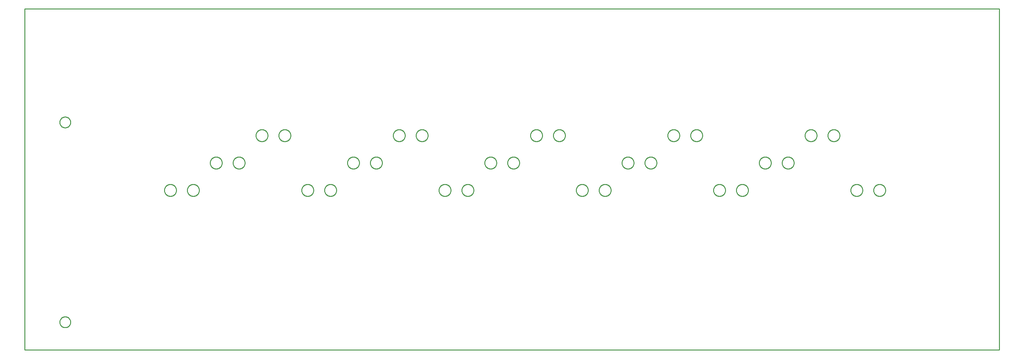
<source format=gbr>
G04 EAGLE Gerber RS-274X export*
G75*
%MOMM*%
%FSLAX34Y34*%
%LPD*%
%IN*%
%IPPOS*%
%AMOC8*
5,1,8,0,0,1.08239X$1,22.5*%
G01*
%ADD10C,0.254000*%


D10*
X0Y609600D02*
X2704900Y609600D01*
X2704900Y1558800D01*
X0Y1558800D01*
X0Y609600D01*
X720820Y1189990D02*
X719741Y1190061D01*
X718669Y1190202D01*
X717609Y1190413D01*
X716565Y1190692D01*
X715541Y1191040D01*
X714543Y1191454D01*
X713573Y1191932D01*
X712637Y1192472D01*
X711738Y1193073D01*
X710881Y1193731D01*
X710068Y1194444D01*
X709304Y1195208D01*
X708591Y1196021D01*
X707933Y1196878D01*
X707332Y1197777D01*
X706792Y1198713D01*
X706314Y1199683D01*
X705900Y1200681D01*
X705552Y1201705D01*
X705273Y1202749D01*
X705062Y1203809D01*
X704921Y1204881D01*
X704850Y1205960D01*
X704850Y1207040D01*
X704921Y1208119D01*
X705062Y1209191D01*
X705273Y1210251D01*
X705552Y1211295D01*
X705900Y1212319D01*
X706314Y1213317D01*
X706792Y1214287D01*
X707332Y1215223D01*
X707933Y1216122D01*
X708591Y1216979D01*
X709304Y1217792D01*
X710068Y1218557D01*
X710881Y1219269D01*
X711738Y1219927D01*
X712637Y1220528D01*
X713573Y1221068D01*
X714543Y1221546D01*
X715541Y1221960D01*
X716565Y1222308D01*
X717609Y1222587D01*
X718669Y1222798D01*
X719741Y1222939D01*
X720820Y1223010D01*
X721900Y1223010D01*
X722979Y1222939D01*
X724051Y1222798D01*
X725111Y1222587D01*
X726155Y1222308D01*
X727179Y1221960D01*
X728177Y1221546D01*
X729147Y1221068D01*
X730083Y1220528D01*
X730982Y1219927D01*
X731839Y1219269D01*
X732652Y1218557D01*
X733417Y1217792D01*
X734129Y1216979D01*
X734787Y1216122D01*
X735388Y1215223D01*
X735928Y1214287D01*
X736406Y1213317D01*
X736820Y1212319D01*
X737168Y1211295D01*
X737447Y1210251D01*
X737658Y1209191D01*
X737799Y1208119D01*
X737870Y1207040D01*
X737870Y1205960D01*
X737799Y1204881D01*
X737658Y1203809D01*
X737447Y1202749D01*
X737168Y1201705D01*
X736820Y1200681D01*
X736406Y1199683D01*
X735928Y1198713D01*
X735388Y1197777D01*
X734787Y1196878D01*
X734129Y1196021D01*
X733417Y1195208D01*
X732652Y1194444D01*
X731839Y1193731D01*
X730982Y1193073D01*
X730083Y1192472D01*
X729147Y1191932D01*
X728177Y1191454D01*
X727179Y1191040D01*
X726155Y1190692D01*
X725111Y1190413D01*
X724051Y1190202D01*
X722979Y1190061D01*
X721900Y1189990D01*
X720820Y1189990D01*
X1482820Y1189990D02*
X1481741Y1190061D01*
X1480669Y1190202D01*
X1479609Y1190413D01*
X1478565Y1190692D01*
X1477541Y1191040D01*
X1476543Y1191454D01*
X1475573Y1191932D01*
X1474637Y1192472D01*
X1473738Y1193073D01*
X1472881Y1193731D01*
X1472068Y1194444D01*
X1471304Y1195208D01*
X1470591Y1196021D01*
X1469933Y1196878D01*
X1469332Y1197777D01*
X1468792Y1198713D01*
X1468314Y1199683D01*
X1467900Y1200681D01*
X1467552Y1201705D01*
X1467273Y1202749D01*
X1467062Y1203809D01*
X1466921Y1204881D01*
X1466850Y1205960D01*
X1466850Y1207040D01*
X1466921Y1208119D01*
X1467062Y1209191D01*
X1467273Y1210251D01*
X1467552Y1211295D01*
X1467900Y1212319D01*
X1468314Y1213317D01*
X1468792Y1214287D01*
X1469332Y1215223D01*
X1469933Y1216122D01*
X1470591Y1216979D01*
X1471304Y1217792D01*
X1472068Y1218557D01*
X1472881Y1219269D01*
X1473738Y1219927D01*
X1474637Y1220528D01*
X1475573Y1221068D01*
X1476543Y1221546D01*
X1477541Y1221960D01*
X1478565Y1222308D01*
X1479609Y1222587D01*
X1480669Y1222798D01*
X1481741Y1222939D01*
X1482820Y1223010D01*
X1483900Y1223010D01*
X1484979Y1222939D01*
X1486051Y1222798D01*
X1487111Y1222587D01*
X1488155Y1222308D01*
X1489179Y1221960D01*
X1490177Y1221546D01*
X1491147Y1221068D01*
X1492083Y1220528D01*
X1492982Y1219927D01*
X1493839Y1219269D01*
X1494652Y1218557D01*
X1495417Y1217792D01*
X1496129Y1216979D01*
X1496787Y1216122D01*
X1497388Y1215223D01*
X1497928Y1214287D01*
X1498406Y1213317D01*
X1498820Y1212319D01*
X1499168Y1211295D01*
X1499447Y1210251D01*
X1499658Y1209191D01*
X1499799Y1208119D01*
X1499870Y1207040D01*
X1499870Y1205960D01*
X1499799Y1204881D01*
X1499658Y1203809D01*
X1499447Y1202749D01*
X1499168Y1201705D01*
X1498820Y1200681D01*
X1498406Y1199683D01*
X1497928Y1198713D01*
X1497388Y1197777D01*
X1496787Y1196878D01*
X1496129Y1196021D01*
X1495417Y1195208D01*
X1494652Y1194444D01*
X1493839Y1193731D01*
X1492982Y1193073D01*
X1492083Y1192472D01*
X1491147Y1191932D01*
X1490177Y1191454D01*
X1489179Y1191040D01*
X1488155Y1190692D01*
X1487111Y1190413D01*
X1486051Y1190202D01*
X1484979Y1190061D01*
X1483900Y1189990D01*
X1482820Y1189990D01*
X2244820Y1189990D02*
X2243741Y1190061D01*
X2242669Y1190202D01*
X2241609Y1190413D01*
X2240565Y1190692D01*
X2239541Y1191040D01*
X2238543Y1191454D01*
X2237573Y1191932D01*
X2236637Y1192472D01*
X2235738Y1193073D01*
X2234881Y1193731D01*
X2234068Y1194444D01*
X2233304Y1195208D01*
X2232591Y1196021D01*
X2231933Y1196878D01*
X2231332Y1197777D01*
X2230792Y1198713D01*
X2230314Y1199683D01*
X2229900Y1200681D01*
X2229552Y1201705D01*
X2229273Y1202749D01*
X2229062Y1203809D01*
X2228921Y1204881D01*
X2228850Y1205960D01*
X2228850Y1207040D01*
X2228921Y1208119D01*
X2229062Y1209191D01*
X2229273Y1210251D01*
X2229552Y1211295D01*
X2229900Y1212319D01*
X2230314Y1213317D01*
X2230792Y1214287D01*
X2231332Y1215223D01*
X2231933Y1216122D01*
X2232591Y1216979D01*
X2233304Y1217792D01*
X2234068Y1218557D01*
X2234881Y1219269D01*
X2235738Y1219927D01*
X2236637Y1220528D01*
X2237573Y1221068D01*
X2238543Y1221546D01*
X2239541Y1221960D01*
X2240565Y1222308D01*
X2241609Y1222587D01*
X2242669Y1222798D01*
X2243741Y1222939D01*
X2244820Y1223010D01*
X2245900Y1223010D01*
X2246979Y1222939D01*
X2248051Y1222798D01*
X2249111Y1222587D01*
X2250155Y1222308D01*
X2251179Y1221960D01*
X2252177Y1221546D01*
X2253147Y1221068D01*
X2254083Y1220528D01*
X2254982Y1219927D01*
X2255839Y1219269D01*
X2256652Y1218557D01*
X2257417Y1217792D01*
X2258129Y1216979D01*
X2258787Y1216122D01*
X2259388Y1215223D01*
X2259928Y1214287D01*
X2260406Y1213317D01*
X2260820Y1212319D01*
X2261168Y1211295D01*
X2261447Y1210251D01*
X2261658Y1209191D01*
X2261799Y1208119D01*
X2261870Y1207040D01*
X2261870Y1205960D01*
X2261799Y1204881D01*
X2261658Y1203809D01*
X2261447Y1202749D01*
X2261168Y1201705D01*
X2260820Y1200681D01*
X2260406Y1199683D01*
X2259928Y1198713D01*
X2259388Y1197777D01*
X2258787Y1196878D01*
X2258129Y1196021D01*
X2257417Y1195208D01*
X2256652Y1194444D01*
X2255839Y1193731D01*
X2254982Y1193073D01*
X2254083Y1192472D01*
X2253147Y1191932D01*
X2252177Y1191454D01*
X2251179Y1191040D01*
X2250155Y1190692D01*
X2249111Y1190413D01*
X2248051Y1190202D01*
X2246979Y1190061D01*
X2245900Y1189990D01*
X2244820Y1189990D01*
X657320Y1189990D02*
X656241Y1190061D01*
X655169Y1190202D01*
X654109Y1190413D01*
X653065Y1190692D01*
X652041Y1191040D01*
X651043Y1191454D01*
X650073Y1191932D01*
X649137Y1192472D01*
X648238Y1193073D01*
X647381Y1193731D01*
X646568Y1194444D01*
X645804Y1195208D01*
X645091Y1196021D01*
X644433Y1196878D01*
X643832Y1197777D01*
X643292Y1198713D01*
X642814Y1199683D01*
X642400Y1200681D01*
X642052Y1201705D01*
X641773Y1202749D01*
X641562Y1203809D01*
X641421Y1204881D01*
X641350Y1205960D01*
X641350Y1207040D01*
X641421Y1208119D01*
X641562Y1209191D01*
X641773Y1210251D01*
X642052Y1211295D01*
X642400Y1212319D01*
X642814Y1213317D01*
X643292Y1214287D01*
X643832Y1215223D01*
X644433Y1216122D01*
X645091Y1216979D01*
X645804Y1217792D01*
X646568Y1218557D01*
X647381Y1219269D01*
X648238Y1219927D01*
X649137Y1220528D01*
X650073Y1221068D01*
X651043Y1221546D01*
X652041Y1221960D01*
X653065Y1222308D01*
X654109Y1222587D01*
X655169Y1222798D01*
X656241Y1222939D01*
X657320Y1223010D01*
X658400Y1223010D01*
X659479Y1222939D01*
X660551Y1222798D01*
X661611Y1222587D01*
X662655Y1222308D01*
X663679Y1221960D01*
X664677Y1221546D01*
X665647Y1221068D01*
X666583Y1220528D01*
X667482Y1219927D01*
X668339Y1219269D01*
X669152Y1218557D01*
X669917Y1217792D01*
X670629Y1216979D01*
X671287Y1216122D01*
X671888Y1215223D01*
X672428Y1214287D01*
X672906Y1213317D01*
X673320Y1212319D01*
X673668Y1211295D01*
X673947Y1210251D01*
X674158Y1209191D01*
X674299Y1208119D01*
X674370Y1207040D01*
X674370Y1205960D01*
X674299Y1204881D01*
X674158Y1203809D01*
X673947Y1202749D01*
X673668Y1201705D01*
X673320Y1200681D01*
X672906Y1199683D01*
X672428Y1198713D01*
X671888Y1197777D01*
X671287Y1196878D01*
X670629Y1196021D01*
X669917Y1195208D01*
X669152Y1194444D01*
X668339Y1193731D01*
X667482Y1193073D01*
X666583Y1192472D01*
X665647Y1191932D01*
X664677Y1191454D01*
X663679Y1191040D01*
X662655Y1190692D01*
X661611Y1190413D01*
X660551Y1190202D01*
X659479Y1190061D01*
X658400Y1189990D01*
X657320Y1189990D01*
X1419320Y1189990D02*
X1418241Y1190061D01*
X1417169Y1190202D01*
X1416109Y1190413D01*
X1415065Y1190692D01*
X1414041Y1191040D01*
X1413043Y1191454D01*
X1412073Y1191932D01*
X1411137Y1192472D01*
X1410238Y1193073D01*
X1409381Y1193731D01*
X1408568Y1194444D01*
X1407804Y1195208D01*
X1407091Y1196021D01*
X1406433Y1196878D01*
X1405832Y1197777D01*
X1405292Y1198713D01*
X1404814Y1199683D01*
X1404400Y1200681D01*
X1404052Y1201705D01*
X1403773Y1202749D01*
X1403562Y1203809D01*
X1403421Y1204881D01*
X1403350Y1205960D01*
X1403350Y1207040D01*
X1403421Y1208119D01*
X1403562Y1209191D01*
X1403773Y1210251D01*
X1404052Y1211295D01*
X1404400Y1212319D01*
X1404814Y1213317D01*
X1405292Y1214287D01*
X1405832Y1215223D01*
X1406433Y1216122D01*
X1407091Y1216979D01*
X1407804Y1217792D01*
X1408568Y1218557D01*
X1409381Y1219269D01*
X1410238Y1219927D01*
X1411137Y1220528D01*
X1412073Y1221068D01*
X1413043Y1221546D01*
X1414041Y1221960D01*
X1415065Y1222308D01*
X1416109Y1222587D01*
X1417169Y1222798D01*
X1418241Y1222939D01*
X1419320Y1223010D01*
X1420400Y1223010D01*
X1421479Y1222939D01*
X1422551Y1222798D01*
X1423611Y1222587D01*
X1424655Y1222308D01*
X1425679Y1221960D01*
X1426677Y1221546D01*
X1427647Y1221068D01*
X1428583Y1220528D01*
X1429482Y1219927D01*
X1430339Y1219269D01*
X1431152Y1218557D01*
X1431917Y1217792D01*
X1432629Y1216979D01*
X1433287Y1216122D01*
X1433888Y1215223D01*
X1434428Y1214287D01*
X1434906Y1213317D01*
X1435320Y1212319D01*
X1435668Y1211295D01*
X1435947Y1210251D01*
X1436158Y1209191D01*
X1436299Y1208119D01*
X1436370Y1207040D01*
X1436370Y1205960D01*
X1436299Y1204881D01*
X1436158Y1203809D01*
X1435947Y1202749D01*
X1435668Y1201705D01*
X1435320Y1200681D01*
X1434906Y1199683D01*
X1434428Y1198713D01*
X1433888Y1197777D01*
X1433287Y1196878D01*
X1432629Y1196021D01*
X1431917Y1195208D01*
X1431152Y1194444D01*
X1430339Y1193731D01*
X1429482Y1193073D01*
X1428583Y1192472D01*
X1427647Y1191932D01*
X1426677Y1191454D01*
X1425679Y1191040D01*
X1424655Y1190692D01*
X1423611Y1190413D01*
X1422551Y1190202D01*
X1421479Y1190061D01*
X1420400Y1189990D01*
X1419320Y1189990D01*
X2181320Y1189990D02*
X2180241Y1190061D01*
X2179169Y1190202D01*
X2178109Y1190413D01*
X2177065Y1190692D01*
X2176041Y1191040D01*
X2175043Y1191454D01*
X2174073Y1191932D01*
X2173137Y1192472D01*
X2172238Y1193073D01*
X2171381Y1193731D01*
X2170568Y1194444D01*
X2169804Y1195208D01*
X2169091Y1196021D01*
X2168433Y1196878D01*
X2167832Y1197777D01*
X2167292Y1198713D01*
X2166814Y1199683D01*
X2166400Y1200681D01*
X2166052Y1201705D01*
X2165773Y1202749D01*
X2165562Y1203809D01*
X2165421Y1204881D01*
X2165350Y1205960D01*
X2165350Y1207040D01*
X2165421Y1208119D01*
X2165562Y1209191D01*
X2165773Y1210251D01*
X2166052Y1211295D01*
X2166400Y1212319D01*
X2166814Y1213317D01*
X2167292Y1214287D01*
X2167832Y1215223D01*
X2168433Y1216122D01*
X2169091Y1216979D01*
X2169804Y1217792D01*
X2170568Y1218557D01*
X2171381Y1219269D01*
X2172238Y1219927D01*
X2173137Y1220528D01*
X2174073Y1221068D01*
X2175043Y1221546D01*
X2176041Y1221960D01*
X2177065Y1222308D01*
X2178109Y1222587D01*
X2179169Y1222798D01*
X2180241Y1222939D01*
X2181320Y1223010D01*
X2182400Y1223010D01*
X2183479Y1222939D01*
X2184551Y1222798D01*
X2185611Y1222587D01*
X2186655Y1222308D01*
X2187679Y1221960D01*
X2188677Y1221546D01*
X2189647Y1221068D01*
X2190583Y1220528D01*
X2191482Y1219927D01*
X2192339Y1219269D01*
X2193152Y1218557D01*
X2193917Y1217792D01*
X2194629Y1216979D01*
X2195287Y1216122D01*
X2195888Y1215223D01*
X2196428Y1214287D01*
X2196906Y1213317D01*
X2197320Y1212319D01*
X2197668Y1211295D01*
X2197947Y1210251D01*
X2198158Y1209191D01*
X2198299Y1208119D01*
X2198370Y1207040D01*
X2198370Y1205960D01*
X2198299Y1204881D01*
X2198158Y1203809D01*
X2197947Y1202749D01*
X2197668Y1201705D01*
X2197320Y1200681D01*
X2196906Y1199683D01*
X2196428Y1198713D01*
X2195888Y1197777D01*
X2195287Y1196878D01*
X2194629Y1196021D01*
X2193917Y1195208D01*
X2193152Y1194444D01*
X2192339Y1193731D01*
X2191482Y1193073D01*
X2190583Y1192472D01*
X2189647Y1191932D01*
X2188677Y1191454D01*
X2187679Y1191040D01*
X2186655Y1190692D01*
X2185611Y1190413D01*
X2184551Y1190202D01*
X2183479Y1190061D01*
X2182400Y1189990D01*
X2181320Y1189990D01*
X784320Y1037590D02*
X783241Y1037661D01*
X782169Y1037802D01*
X781109Y1038013D01*
X780065Y1038292D01*
X779041Y1038640D01*
X778043Y1039054D01*
X777073Y1039532D01*
X776137Y1040072D01*
X775238Y1040673D01*
X774381Y1041331D01*
X773568Y1042044D01*
X772804Y1042808D01*
X772091Y1043621D01*
X771433Y1044478D01*
X770832Y1045377D01*
X770292Y1046313D01*
X769814Y1047283D01*
X769400Y1048281D01*
X769052Y1049305D01*
X768773Y1050349D01*
X768562Y1051409D01*
X768421Y1052481D01*
X768350Y1053560D01*
X768350Y1054640D01*
X768421Y1055719D01*
X768562Y1056791D01*
X768773Y1057851D01*
X769052Y1058895D01*
X769400Y1059919D01*
X769814Y1060917D01*
X770292Y1061887D01*
X770832Y1062823D01*
X771433Y1063722D01*
X772091Y1064579D01*
X772804Y1065392D01*
X773568Y1066157D01*
X774381Y1066869D01*
X775238Y1067527D01*
X776137Y1068128D01*
X777073Y1068668D01*
X778043Y1069146D01*
X779041Y1069560D01*
X780065Y1069908D01*
X781109Y1070187D01*
X782169Y1070398D01*
X783241Y1070539D01*
X784320Y1070610D01*
X785400Y1070610D01*
X786479Y1070539D01*
X787551Y1070398D01*
X788611Y1070187D01*
X789655Y1069908D01*
X790679Y1069560D01*
X791677Y1069146D01*
X792647Y1068668D01*
X793583Y1068128D01*
X794482Y1067527D01*
X795339Y1066869D01*
X796152Y1066157D01*
X796917Y1065392D01*
X797629Y1064579D01*
X798287Y1063722D01*
X798888Y1062823D01*
X799428Y1061887D01*
X799906Y1060917D01*
X800320Y1059919D01*
X800668Y1058895D01*
X800947Y1057851D01*
X801158Y1056791D01*
X801299Y1055719D01*
X801370Y1054640D01*
X801370Y1053560D01*
X801299Y1052481D01*
X801158Y1051409D01*
X800947Y1050349D01*
X800668Y1049305D01*
X800320Y1048281D01*
X799906Y1047283D01*
X799428Y1046313D01*
X798888Y1045377D01*
X798287Y1044478D01*
X797629Y1043621D01*
X796917Y1042808D01*
X796152Y1042044D01*
X795339Y1041331D01*
X794482Y1040673D01*
X793583Y1040072D01*
X792647Y1039532D01*
X791677Y1039054D01*
X790679Y1038640D01*
X789655Y1038292D01*
X788611Y1038013D01*
X787551Y1037802D01*
X786479Y1037661D01*
X785400Y1037590D01*
X784320Y1037590D01*
X1546320Y1037590D02*
X1545241Y1037661D01*
X1544169Y1037802D01*
X1543109Y1038013D01*
X1542065Y1038292D01*
X1541041Y1038640D01*
X1540043Y1039054D01*
X1539073Y1039532D01*
X1538137Y1040072D01*
X1537238Y1040673D01*
X1536381Y1041331D01*
X1535568Y1042044D01*
X1534804Y1042808D01*
X1534091Y1043621D01*
X1533433Y1044478D01*
X1532832Y1045377D01*
X1532292Y1046313D01*
X1531814Y1047283D01*
X1531400Y1048281D01*
X1531052Y1049305D01*
X1530773Y1050349D01*
X1530562Y1051409D01*
X1530421Y1052481D01*
X1530350Y1053560D01*
X1530350Y1054640D01*
X1530421Y1055719D01*
X1530562Y1056791D01*
X1530773Y1057851D01*
X1531052Y1058895D01*
X1531400Y1059919D01*
X1531814Y1060917D01*
X1532292Y1061887D01*
X1532832Y1062823D01*
X1533433Y1063722D01*
X1534091Y1064579D01*
X1534804Y1065392D01*
X1535568Y1066157D01*
X1536381Y1066869D01*
X1537238Y1067527D01*
X1538137Y1068128D01*
X1539073Y1068668D01*
X1540043Y1069146D01*
X1541041Y1069560D01*
X1542065Y1069908D01*
X1543109Y1070187D01*
X1544169Y1070398D01*
X1545241Y1070539D01*
X1546320Y1070610D01*
X1547400Y1070610D01*
X1548479Y1070539D01*
X1549551Y1070398D01*
X1550611Y1070187D01*
X1551655Y1069908D01*
X1552679Y1069560D01*
X1553677Y1069146D01*
X1554647Y1068668D01*
X1555583Y1068128D01*
X1556482Y1067527D01*
X1557339Y1066869D01*
X1558152Y1066157D01*
X1558917Y1065392D01*
X1559629Y1064579D01*
X1560287Y1063722D01*
X1560888Y1062823D01*
X1561428Y1061887D01*
X1561906Y1060917D01*
X1562320Y1059919D01*
X1562668Y1058895D01*
X1562947Y1057851D01*
X1563158Y1056791D01*
X1563299Y1055719D01*
X1563370Y1054640D01*
X1563370Y1053560D01*
X1563299Y1052481D01*
X1563158Y1051409D01*
X1562947Y1050349D01*
X1562668Y1049305D01*
X1562320Y1048281D01*
X1561906Y1047283D01*
X1561428Y1046313D01*
X1560888Y1045377D01*
X1560287Y1044478D01*
X1559629Y1043621D01*
X1558917Y1042808D01*
X1558152Y1042044D01*
X1557339Y1041331D01*
X1556482Y1040673D01*
X1555583Y1040072D01*
X1554647Y1039532D01*
X1553677Y1039054D01*
X1552679Y1038640D01*
X1551655Y1038292D01*
X1550611Y1038013D01*
X1549551Y1037802D01*
X1548479Y1037661D01*
X1547400Y1037590D01*
X1546320Y1037590D01*
X2308320Y1037590D02*
X2307241Y1037661D01*
X2306169Y1037802D01*
X2305109Y1038013D01*
X2304065Y1038292D01*
X2303041Y1038640D01*
X2302043Y1039054D01*
X2301073Y1039532D01*
X2300137Y1040072D01*
X2299238Y1040673D01*
X2298381Y1041331D01*
X2297568Y1042044D01*
X2296804Y1042808D01*
X2296091Y1043621D01*
X2295433Y1044478D01*
X2294832Y1045377D01*
X2294292Y1046313D01*
X2293814Y1047283D01*
X2293400Y1048281D01*
X2293052Y1049305D01*
X2292773Y1050349D01*
X2292562Y1051409D01*
X2292421Y1052481D01*
X2292350Y1053560D01*
X2292350Y1054640D01*
X2292421Y1055719D01*
X2292562Y1056791D01*
X2292773Y1057851D01*
X2293052Y1058895D01*
X2293400Y1059919D01*
X2293814Y1060917D01*
X2294292Y1061887D01*
X2294832Y1062823D01*
X2295433Y1063722D01*
X2296091Y1064579D01*
X2296804Y1065392D01*
X2297568Y1066157D01*
X2298381Y1066869D01*
X2299238Y1067527D01*
X2300137Y1068128D01*
X2301073Y1068668D01*
X2302043Y1069146D01*
X2303041Y1069560D01*
X2304065Y1069908D01*
X2305109Y1070187D01*
X2306169Y1070398D01*
X2307241Y1070539D01*
X2308320Y1070610D01*
X2309400Y1070610D01*
X2310479Y1070539D01*
X2311551Y1070398D01*
X2312611Y1070187D01*
X2313655Y1069908D01*
X2314679Y1069560D01*
X2315677Y1069146D01*
X2316647Y1068668D01*
X2317583Y1068128D01*
X2318482Y1067527D01*
X2319339Y1066869D01*
X2320152Y1066157D01*
X2320917Y1065392D01*
X2321629Y1064579D01*
X2322287Y1063722D01*
X2322888Y1062823D01*
X2323428Y1061887D01*
X2323906Y1060917D01*
X2324320Y1059919D01*
X2324668Y1058895D01*
X2324947Y1057851D01*
X2325158Y1056791D01*
X2325299Y1055719D01*
X2325370Y1054640D01*
X2325370Y1053560D01*
X2325299Y1052481D01*
X2325158Y1051409D01*
X2324947Y1050349D01*
X2324668Y1049305D01*
X2324320Y1048281D01*
X2323906Y1047283D01*
X2323428Y1046313D01*
X2322888Y1045377D01*
X2322287Y1044478D01*
X2321629Y1043621D01*
X2320917Y1042808D01*
X2320152Y1042044D01*
X2319339Y1041331D01*
X2318482Y1040673D01*
X2317583Y1040072D01*
X2316647Y1039532D01*
X2315677Y1039054D01*
X2314679Y1038640D01*
X2313655Y1038292D01*
X2312611Y1038013D01*
X2311551Y1037802D01*
X2310479Y1037661D01*
X2309400Y1037590D01*
X2308320Y1037590D01*
X911320Y1113790D02*
X910241Y1113861D01*
X909169Y1114002D01*
X908109Y1114213D01*
X907065Y1114492D01*
X906041Y1114840D01*
X905043Y1115254D01*
X904073Y1115732D01*
X903137Y1116272D01*
X902238Y1116873D01*
X901381Y1117531D01*
X900568Y1118244D01*
X899804Y1119008D01*
X899091Y1119821D01*
X898433Y1120678D01*
X897832Y1121577D01*
X897292Y1122513D01*
X896814Y1123483D01*
X896400Y1124481D01*
X896052Y1125505D01*
X895773Y1126549D01*
X895562Y1127609D01*
X895421Y1128681D01*
X895350Y1129760D01*
X895350Y1130840D01*
X895421Y1131919D01*
X895562Y1132991D01*
X895773Y1134051D01*
X896052Y1135095D01*
X896400Y1136119D01*
X896814Y1137117D01*
X897292Y1138087D01*
X897832Y1139023D01*
X898433Y1139922D01*
X899091Y1140779D01*
X899804Y1141592D01*
X900568Y1142357D01*
X901381Y1143069D01*
X902238Y1143727D01*
X903137Y1144328D01*
X904073Y1144868D01*
X905043Y1145346D01*
X906041Y1145760D01*
X907065Y1146108D01*
X908109Y1146387D01*
X909169Y1146598D01*
X910241Y1146739D01*
X911320Y1146810D01*
X912400Y1146810D01*
X913479Y1146739D01*
X914551Y1146598D01*
X915611Y1146387D01*
X916655Y1146108D01*
X917679Y1145760D01*
X918677Y1145346D01*
X919647Y1144868D01*
X920583Y1144328D01*
X921482Y1143727D01*
X922339Y1143069D01*
X923152Y1142357D01*
X923917Y1141592D01*
X924629Y1140779D01*
X925287Y1139922D01*
X925888Y1139023D01*
X926428Y1138087D01*
X926906Y1137117D01*
X927320Y1136119D01*
X927668Y1135095D01*
X927947Y1134051D01*
X928158Y1132991D01*
X928299Y1131919D01*
X928370Y1130840D01*
X928370Y1129760D01*
X928299Y1128681D01*
X928158Y1127609D01*
X927947Y1126549D01*
X927668Y1125505D01*
X927320Y1124481D01*
X926906Y1123483D01*
X926428Y1122513D01*
X925888Y1121577D01*
X925287Y1120678D01*
X924629Y1119821D01*
X923917Y1119008D01*
X923152Y1118244D01*
X922339Y1117531D01*
X921482Y1116873D01*
X920583Y1116272D01*
X919647Y1115732D01*
X918677Y1115254D01*
X917679Y1114840D01*
X916655Y1114492D01*
X915611Y1114213D01*
X914551Y1114002D01*
X913479Y1113861D01*
X912400Y1113790D01*
X911320Y1113790D01*
X1673320Y1113790D02*
X1672241Y1113861D01*
X1671169Y1114002D01*
X1670109Y1114213D01*
X1669065Y1114492D01*
X1668041Y1114840D01*
X1667043Y1115254D01*
X1666073Y1115732D01*
X1665137Y1116272D01*
X1664238Y1116873D01*
X1663381Y1117531D01*
X1662568Y1118244D01*
X1661804Y1119008D01*
X1661091Y1119821D01*
X1660433Y1120678D01*
X1659832Y1121577D01*
X1659292Y1122513D01*
X1658814Y1123483D01*
X1658400Y1124481D01*
X1658052Y1125505D01*
X1657773Y1126549D01*
X1657562Y1127609D01*
X1657421Y1128681D01*
X1657350Y1129760D01*
X1657350Y1130840D01*
X1657421Y1131919D01*
X1657562Y1132991D01*
X1657773Y1134051D01*
X1658052Y1135095D01*
X1658400Y1136119D01*
X1658814Y1137117D01*
X1659292Y1138087D01*
X1659832Y1139023D01*
X1660433Y1139922D01*
X1661091Y1140779D01*
X1661804Y1141592D01*
X1662568Y1142357D01*
X1663381Y1143069D01*
X1664238Y1143727D01*
X1665137Y1144328D01*
X1666073Y1144868D01*
X1667043Y1145346D01*
X1668041Y1145760D01*
X1669065Y1146108D01*
X1670109Y1146387D01*
X1671169Y1146598D01*
X1672241Y1146739D01*
X1673320Y1146810D01*
X1674400Y1146810D01*
X1675479Y1146739D01*
X1676551Y1146598D01*
X1677611Y1146387D01*
X1678655Y1146108D01*
X1679679Y1145760D01*
X1680677Y1145346D01*
X1681647Y1144868D01*
X1682583Y1144328D01*
X1683482Y1143727D01*
X1684339Y1143069D01*
X1685152Y1142357D01*
X1685917Y1141592D01*
X1686629Y1140779D01*
X1687287Y1139922D01*
X1687888Y1139023D01*
X1688428Y1138087D01*
X1688906Y1137117D01*
X1689320Y1136119D01*
X1689668Y1135095D01*
X1689947Y1134051D01*
X1690158Y1132991D01*
X1690299Y1131919D01*
X1690370Y1130840D01*
X1690370Y1129760D01*
X1690299Y1128681D01*
X1690158Y1127609D01*
X1689947Y1126549D01*
X1689668Y1125505D01*
X1689320Y1124481D01*
X1688906Y1123483D01*
X1688428Y1122513D01*
X1687888Y1121577D01*
X1687287Y1120678D01*
X1686629Y1119821D01*
X1685917Y1119008D01*
X1685152Y1118244D01*
X1684339Y1117531D01*
X1683482Y1116873D01*
X1682583Y1116272D01*
X1681647Y1115732D01*
X1680677Y1115254D01*
X1679679Y1114840D01*
X1678655Y1114492D01*
X1677611Y1114213D01*
X1676551Y1114002D01*
X1675479Y1113861D01*
X1674400Y1113790D01*
X1673320Y1113790D01*
X847820Y1037590D02*
X846741Y1037661D01*
X845669Y1037802D01*
X844609Y1038013D01*
X843565Y1038292D01*
X842541Y1038640D01*
X841543Y1039054D01*
X840573Y1039532D01*
X839637Y1040072D01*
X838738Y1040673D01*
X837881Y1041331D01*
X837068Y1042044D01*
X836304Y1042808D01*
X835591Y1043621D01*
X834933Y1044478D01*
X834332Y1045377D01*
X833792Y1046313D01*
X833314Y1047283D01*
X832900Y1048281D01*
X832552Y1049305D01*
X832273Y1050349D01*
X832062Y1051409D01*
X831921Y1052481D01*
X831850Y1053560D01*
X831850Y1054640D01*
X831921Y1055719D01*
X832062Y1056791D01*
X832273Y1057851D01*
X832552Y1058895D01*
X832900Y1059919D01*
X833314Y1060917D01*
X833792Y1061887D01*
X834332Y1062823D01*
X834933Y1063722D01*
X835591Y1064579D01*
X836304Y1065392D01*
X837068Y1066157D01*
X837881Y1066869D01*
X838738Y1067527D01*
X839637Y1068128D01*
X840573Y1068668D01*
X841543Y1069146D01*
X842541Y1069560D01*
X843565Y1069908D01*
X844609Y1070187D01*
X845669Y1070398D01*
X846741Y1070539D01*
X847820Y1070610D01*
X848900Y1070610D01*
X849979Y1070539D01*
X851051Y1070398D01*
X852111Y1070187D01*
X853155Y1069908D01*
X854179Y1069560D01*
X855177Y1069146D01*
X856147Y1068668D01*
X857083Y1068128D01*
X857982Y1067527D01*
X858839Y1066869D01*
X859652Y1066157D01*
X860417Y1065392D01*
X861129Y1064579D01*
X861787Y1063722D01*
X862388Y1062823D01*
X862928Y1061887D01*
X863406Y1060917D01*
X863820Y1059919D01*
X864168Y1058895D01*
X864447Y1057851D01*
X864658Y1056791D01*
X864799Y1055719D01*
X864870Y1054640D01*
X864870Y1053560D01*
X864799Y1052481D01*
X864658Y1051409D01*
X864447Y1050349D01*
X864168Y1049305D01*
X863820Y1048281D01*
X863406Y1047283D01*
X862928Y1046313D01*
X862388Y1045377D01*
X861787Y1044478D01*
X861129Y1043621D01*
X860417Y1042808D01*
X859652Y1042044D01*
X858839Y1041331D01*
X857982Y1040673D01*
X857083Y1040072D01*
X856147Y1039532D01*
X855177Y1039054D01*
X854179Y1038640D01*
X853155Y1038292D01*
X852111Y1038013D01*
X851051Y1037802D01*
X849979Y1037661D01*
X848900Y1037590D01*
X847820Y1037590D01*
X1609820Y1037590D02*
X1608741Y1037661D01*
X1607669Y1037802D01*
X1606609Y1038013D01*
X1605565Y1038292D01*
X1604541Y1038640D01*
X1603543Y1039054D01*
X1602573Y1039532D01*
X1601637Y1040072D01*
X1600738Y1040673D01*
X1599881Y1041331D01*
X1599068Y1042044D01*
X1598304Y1042808D01*
X1597591Y1043621D01*
X1596933Y1044478D01*
X1596332Y1045377D01*
X1595792Y1046313D01*
X1595314Y1047283D01*
X1594900Y1048281D01*
X1594552Y1049305D01*
X1594273Y1050349D01*
X1594062Y1051409D01*
X1593921Y1052481D01*
X1593850Y1053560D01*
X1593850Y1054640D01*
X1593921Y1055719D01*
X1594062Y1056791D01*
X1594273Y1057851D01*
X1594552Y1058895D01*
X1594900Y1059919D01*
X1595314Y1060917D01*
X1595792Y1061887D01*
X1596332Y1062823D01*
X1596933Y1063722D01*
X1597591Y1064579D01*
X1598304Y1065392D01*
X1599068Y1066157D01*
X1599881Y1066869D01*
X1600738Y1067527D01*
X1601637Y1068128D01*
X1602573Y1068668D01*
X1603543Y1069146D01*
X1604541Y1069560D01*
X1605565Y1069908D01*
X1606609Y1070187D01*
X1607669Y1070398D01*
X1608741Y1070539D01*
X1609820Y1070610D01*
X1610900Y1070610D01*
X1611979Y1070539D01*
X1613051Y1070398D01*
X1614111Y1070187D01*
X1615155Y1069908D01*
X1616179Y1069560D01*
X1617177Y1069146D01*
X1618147Y1068668D01*
X1619083Y1068128D01*
X1619982Y1067527D01*
X1620839Y1066869D01*
X1621652Y1066157D01*
X1622417Y1065392D01*
X1623129Y1064579D01*
X1623787Y1063722D01*
X1624388Y1062823D01*
X1624928Y1061887D01*
X1625406Y1060917D01*
X1625820Y1059919D01*
X1626168Y1058895D01*
X1626447Y1057851D01*
X1626658Y1056791D01*
X1626799Y1055719D01*
X1626870Y1054640D01*
X1626870Y1053560D01*
X1626799Y1052481D01*
X1626658Y1051409D01*
X1626447Y1050349D01*
X1626168Y1049305D01*
X1625820Y1048281D01*
X1625406Y1047283D01*
X1624928Y1046313D01*
X1624388Y1045377D01*
X1623787Y1044478D01*
X1623129Y1043621D01*
X1622417Y1042808D01*
X1621652Y1042044D01*
X1620839Y1041331D01*
X1619982Y1040673D01*
X1619083Y1040072D01*
X1618147Y1039532D01*
X1617177Y1039054D01*
X1616179Y1038640D01*
X1615155Y1038292D01*
X1614111Y1038013D01*
X1613051Y1037802D01*
X1611979Y1037661D01*
X1610900Y1037590D01*
X1609820Y1037590D01*
X2371820Y1037590D02*
X2370741Y1037661D01*
X2369669Y1037802D01*
X2368609Y1038013D01*
X2367565Y1038292D01*
X2366541Y1038640D01*
X2365543Y1039054D01*
X2364573Y1039532D01*
X2363637Y1040072D01*
X2362738Y1040673D01*
X2361881Y1041331D01*
X2361068Y1042044D01*
X2360304Y1042808D01*
X2359591Y1043621D01*
X2358933Y1044478D01*
X2358332Y1045377D01*
X2357792Y1046313D01*
X2357314Y1047283D01*
X2356900Y1048281D01*
X2356552Y1049305D01*
X2356273Y1050349D01*
X2356062Y1051409D01*
X2355921Y1052481D01*
X2355850Y1053560D01*
X2355850Y1054640D01*
X2355921Y1055719D01*
X2356062Y1056791D01*
X2356273Y1057851D01*
X2356552Y1058895D01*
X2356900Y1059919D01*
X2357314Y1060917D01*
X2357792Y1061887D01*
X2358332Y1062823D01*
X2358933Y1063722D01*
X2359591Y1064579D01*
X2360304Y1065392D01*
X2361068Y1066157D01*
X2361881Y1066869D01*
X2362738Y1067527D01*
X2363637Y1068128D01*
X2364573Y1068668D01*
X2365543Y1069146D01*
X2366541Y1069560D01*
X2367565Y1069908D01*
X2368609Y1070187D01*
X2369669Y1070398D01*
X2370741Y1070539D01*
X2371820Y1070610D01*
X2372900Y1070610D01*
X2373979Y1070539D01*
X2375051Y1070398D01*
X2376111Y1070187D01*
X2377155Y1069908D01*
X2378179Y1069560D01*
X2379177Y1069146D01*
X2380147Y1068668D01*
X2381083Y1068128D01*
X2381982Y1067527D01*
X2382839Y1066869D01*
X2383652Y1066157D01*
X2384417Y1065392D01*
X2385129Y1064579D01*
X2385787Y1063722D01*
X2386388Y1062823D01*
X2386928Y1061887D01*
X2387406Y1060917D01*
X2387820Y1059919D01*
X2388168Y1058895D01*
X2388447Y1057851D01*
X2388658Y1056791D01*
X2388799Y1055719D01*
X2388870Y1054640D01*
X2388870Y1053560D01*
X2388799Y1052481D01*
X2388658Y1051409D01*
X2388447Y1050349D01*
X2388168Y1049305D01*
X2387820Y1048281D01*
X2387406Y1047283D01*
X2386928Y1046313D01*
X2386388Y1045377D01*
X2385787Y1044478D01*
X2385129Y1043621D01*
X2384417Y1042808D01*
X2383652Y1042044D01*
X2382839Y1041331D01*
X2381982Y1040673D01*
X2381083Y1040072D01*
X2380147Y1039532D01*
X2379177Y1039054D01*
X2378179Y1038640D01*
X2377155Y1038292D01*
X2376111Y1038013D01*
X2375051Y1037802D01*
X2373979Y1037661D01*
X2372900Y1037590D01*
X2371820Y1037590D01*
X1038320Y1189990D02*
X1037241Y1190061D01*
X1036169Y1190202D01*
X1035109Y1190413D01*
X1034065Y1190692D01*
X1033041Y1191040D01*
X1032043Y1191454D01*
X1031073Y1191932D01*
X1030137Y1192472D01*
X1029238Y1193073D01*
X1028381Y1193731D01*
X1027568Y1194444D01*
X1026804Y1195208D01*
X1026091Y1196021D01*
X1025433Y1196878D01*
X1024832Y1197777D01*
X1024292Y1198713D01*
X1023814Y1199683D01*
X1023400Y1200681D01*
X1023052Y1201705D01*
X1022773Y1202749D01*
X1022562Y1203809D01*
X1022421Y1204881D01*
X1022350Y1205960D01*
X1022350Y1207040D01*
X1022421Y1208119D01*
X1022562Y1209191D01*
X1022773Y1210251D01*
X1023052Y1211295D01*
X1023400Y1212319D01*
X1023814Y1213317D01*
X1024292Y1214287D01*
X1024832Y1215223D01*
X1025433Y1216122D01*
X1026091Y1216979D01*
X1026804Y1217792D01*
X1027568Y1218557D01*
X1028381Y1219269D01*
X1029238Y1219927D01*
X1030137Y1220528D01*
X1031073Y1221068D01*
X1032043Y1221546D01*
X1033041Y1221960D01*
X1034065Y1222308D01*
X1035109Y1222587D01*
X1036169Y1222798D01*
X1037241Y1222939D01*
X1038320Y1223010D01*
X1039400Y1223010D01*
X1040479Y1222939D01*
X1041551Y1222798D01*
X1042611Y1222587D01*
X1043655Y1222308D01*
X1044679Y1221960D01*
X1045677Y1221546D01*
X1046647Y1221068D01*
X1047583Y1220528D01*
X1048482Y1219927D01*
X1049339Y1219269D01*
X1050152Y1218557D01*
X1050917Y1217792D01*
X1051629Y1216979D01*
X1052287Y1216122D01*
X1052888Y1215223D01*
X1053428Y1214287D01*
X1053906Y1213317D01*
X1054320Y1212319D01*
X1054668Y1211295D01*
X1054947Y1210251D01*
X1055158Y1209191D01*
X1055299Y1208119D01*
X1055370Y1207040D01*
X1055370Y1205960D01*
X1055299Y1204881D01*
X1055158Y1203809D01*
X1054947Y1202749D01*
X1054668Y1201705D01*
X1054320Y1200681D01*
X1053906Y1199683D01*
X1053428Y1198713D01*
X1052888Y1197777D01*
X1052287Y1196878D01*
X1051629Y1196021D01*
X1050917Y1195208D01*
X1050152Y1194444D01*
X1049339Y1193731D01*
X1048482Y1193073D01*
X1047583Y1192472D01*
X1046647Y1191932D01*
X1045677Y1191454D01*
X1044679Y1191040D01*
X1043655Y1190692D01*
X1042611Y1190413D01*
X1041551Y1190202D01*
X1040479Y1190061D01*
X1039400Y1189990D01*
X1038320Y1189990D01*
X1800320Y1189990D02*
X1799241Y1190061D01*
X1798169Y1190202D01*
X1797109Y1190413D01*
X1796065Y1190692D01*
X1795041Y1191040D01*
X1794043Y1191454D01*
X1793073Y1191932D01*
X1792137Y1192472D01*
X1791238Y1193073D01*
X1790381Y1193731D01*
X1789568Y1194444D01*
X1788804Y1195208D01*
X1788091Y1196021D01*
X1787433Y1196878D01*
X1786832Y1197777D01*
X1786292Y1198713D01*
X1785814Y1199683D01*
X1785400Y1200681D01*
X1785052Y1201705D01*
X1784773Y1202749D01*
X1784562Y1203809D01*
X1784421Y1204881D01*
X1784350Y1205960D01*
X1784350Y1207040D01*
X1784421Y1208119D01*
X1784562Y1209191D01*
X1784773Y1210251D01*
X1785052Y1211295D01*
X1785400Y1212319D01*
X1785814Y1213317D01*
X1786292Y1214287D01*
X1786832Y1215223D01*
X1787433Y1216122D01*
X1788091Y1216979D01*
X1788804Y1217792D01*
X1789568Y1218557D01*
X1790381Y1219269D01*
X1791238Y1219927D01*
X1792137Y1220528D01*
X1793073Y1221068D01*
X1794043Y1221546D01*
X1795041Y1221960D01*
X1796065Y1222308D01*
X1797109Y1222587D01*
X1798169Y1222798D01*
X1799241Y1222939D01*
X1800320Y1223010D01*
X1801400Y1223010D01*
X1802479Y1222939D01*
X1803551Y1222798D01*
X1804611Y1222587D01*
X1805655Y1222308D01*
X1806679Y1221960D01*
X1807677Y1221546D01*
X1808647Y1221068D01*
X1809583Y1220528D01*
X1810482Y1219927D01*
X1811339Y1219269D01*
X1812152Y1218557D01*
X1812917Y1217792D01*
X1813629Y1216979D01*
X1814287Y1216122D01*
X1814888Y1215223D01*
X1815428Y1214287D01*
X1815906Y1213317D01*
X1816320Y1212319D01*
X1816668Y1211295D01*
X1816947Y1210251D01*
X1817158Y1209191D01*
X1817299Y1208119D01*
X1817370Y1207040D01*
X1817370Y1205960D01*
X1817299Y1204881D01*
X1817158Y1203809D01*
X1816947Y1202749D01*
X1816668Y1201705D01*
X1816320Y1200681D01*
X1815906Y1199683D01*
X1815428Y1198713D01*
X1814888Y1197777D01*
X1814287Y1196878D01*
X1813629Y1196021D01*
X1812917Y1195208D01*
X1812152Y1194444D01*
X1811339Y1193731D01*
X1810482Y1193073D01*
X1809583Y1192472D01*
X1808647Y1191932D01*
X1807677Y1191454D01*
X1806679Y1191040D01*
X1805655Y1190692D01*
X1804611Y1190413D01*
X1803551Y1190202D01*
X1802479Y1190061D01*
X1801400Y1189990D01*
X1800320Y1189990D01*
X974820Y1113790D02*
X973741Y1113861D01*
X972669Y1114002D01*
X971609Y1114213D01*
X970565Y1114492D01*
X969541Y1114840D01*
X968543Y1115254D01*
X967573Y1115732D01*
X966637Y1116272D01*
X965738Y1116873D01*
X964881Y1117531D01*
X964068Y1118244D01*
X963304Y1119008D01*
X962591Y1119821D01*
X961933Y1120678D01*
X961332Y1121577D01*
X960792Y1122513D01*
X960314Y1123483D01*
X959900Y1124481D01*
X959552Y1125505D01*
X959273Y1126549D01*
X959062Y1127609D01*
X958921Y1128681D01*
X958850Y1129760D01*
X958850Y1130840D01*
X958921Y1131919D01*
X959062Y1132991D01*
X959273Y1134051D01*
X959552Y1135095D01*
X959900Y1136119D01*
X960314Y1137117D01*
X960792Y1138087D01*
X961332Y1139023D01*
X961933Y1139922D01*
X962591Y1140779D01*
X963304Y1141592D01*
X964068Y1142357D01*
X964881Y1143069D01*
X965738Y1143727D01*
X966637Y1144328D01*
X967573Y1144868D01*
X968543Y1145346D01*
X969541Y1145760D01*
X970565Y1146108D01*
X971609Y1146387D01*
X972669Y1146598D01*
X973741Y1146739D01*
X974820Y1146810D01*
X975900Y1146810D01*
X976979Y1146739D01*
X978051Y1146598D01*
X979111Y1146387D01*
X980155Y1146108D01*
X981179Y1145760D01*
X982177Y1145346D01*
X983147Y1144868D01*
X984083Y1144328D01*
X984982Y1143727D01*
X985839Y1143069D01*
X986652Y1142357D01*
X987417Y1141592D01*
X988129Y1140779D01*
X988787Y1139922D01*
X989388Y1139023D01*
X989928Y1138087D01*
X990406Y1137117D01*
X990820Y1136119D01*
X991168Y1135095D01*
X991447Y1134051D01*
X991658Y1132991D01*
X991799Y1131919D01*
X991870Y1130840D01*
X991870Y1129760D01*
X991799Y1128681D01*
X991658Y1127609D01*
X991447Y1126549D01*
X991168Y1125505D01*
X990820Y1124481D01*
X990406Y1123483D01*
X989928Y1122513D01*
X989388Y1121577D01*
X988787Y1120678D01*
X988129Y1119821D01*
X987417Y1119008D01*
X986652Y1118244D01*
X985839Y1117531D01*
X984982Y1116873D01*
X984083Y1116272D01*
X983147Y1115732D01*
X982177Y1115254D01*
X981179Y1114840D01*
X980155Y1114492D01*
X979111Y1114213D01*
X978051Y1114002D01*
X976979Y1113861D01*
X975900Y1113790D01*
X974820Y1113790D01*
X1736820Y1113790D02*
X1735741Y1113861D01*
X1734669Y1114002D01*
X1733609Y1114213D01*
X1732565Y1114492D01*
X1731541Y1114840D01*
X1730543Y1115254D01*
X1729573Y1115732D01*
X1728637Y1116272D01*
X1727738Y1116873D01*
X1726881Y1117531D01*
X1726068Y1118244D01*
X1725304Y1119008D01*
X1724591Y1119821D01*
X1723933Y1120678D01*
X1723332Y1121577D01*
X1722792Y1122513D01*
X1722314Y1123483D01*
X1721900Y1124481D01*
X1721552Y1125505D01*
X1721273Y1126549D01*
X1721062Y1127609D01*
X1720921Y1128681D01*
X1720850Y1129760D01*
X1720850Y1130840D01*
X1720921Y1131919D01*
X1721062Y1132991D01*
X1721273Y1134051D01*
X1721552Y1135095D01*
X1721900Y1136119D01*
X1722314Y1137117D01*
X1722792Y1138087D01*
X1723332Y1139023D01*
X1723933Y1139922D01*
X1724591Y1140779D01*
X1725304Y1141592D01*
X1726068Y1142357D01*
X1726881Y1143069D01*
X1727738Y1143727D01*
X1728637Y1144328D01*
X1729573Y1144868D01*
X1730543Y1145346D01*
X1731541Y1145760D01*
X1732565Y1146108D01*
X1733609Y1146387D01*
X1734669Y1146598D01*
X1735741Y1146739D01*
X1736820Y1146810D01*
X1737900Y1146810D01*
X1738979Y1146739D01*
X1740051Y1146598D01*
X1741111Y1146387D01*
X1742155Y1146108D01*
X1743179Y1145760D01*
X1744177Y1145346D01*
X1745147Y1144868D01*
X1746083Y1144328D01*
X1746982Y1143727D01*
X1747839Y1143069D01*
X1748652Y1142357D01*
X1749417Y1141592D01*
X1750129Y1140779D01*
X1750787Y1139922D01*
X1751388Y1139023D01*
X1751928Y1138087D01*
X1752406Y1137117D01*
X1752820Y1136119D01*
X1753168Y1135095D01*
X1753447Y1134051D01*
X1753658Y1132991D01*
X1753799Y1131919D01*
X1753870Y1130840D01*
X1753870Y1129760D01*
X1753799Y1128681D01*
X1753658Y1127609D01*
X1753447Y1126549D01*
X1753168Y1125505D01*
X1752820Y1124481D01*
X1752406Y1123483D01*
X1751928Y1122513D01*
X1751388Y1121577D01*
X1750787Y1120678D01*
X1750129Y1119821D01*
X1749417Y1119008D01*
X1748652Y1118244D01*
X1747839Y1117531D01*
X1746982Y1116873D01*
X1746083Y1116272D01*
X1745147Y1115732D01*
X1744177Y1115254D01*
X1743179Y1114840D01*
X1742155Y1114492D01*
X1741111Y1114213D01*
X1740051Y1114002D01*
X1738979Y1113861D01*
X1737900Y1113790D01*
X1736820Y1113790D01*
X1101820Y1189990D02*
X1100741Y1190061D01*
X1099669Y1190202D01*
X1098609Y1190413D01*
X1097565Y1190692D01*
X1096541Y1191040D01*
X1095543Y1191454D01*
X1094573Y1191932D01*
X1093637Y1192472D01*
X1092738Y1193073D01*
X1091881Y1193731D01*
X1091068Y1194444D01*
X1090304Y1195208D01*
X1089591Y1196021D01*
X1088933Y1196878D01*
X1088332Y1197777D01*
X1087792Y1198713D01*
X1087314Y1199683D01*
X1086900Y1200681D01*
X1086552Y1201705D01*
X1086273Y1202749D01*
X1086062Y1203809D01*
X1085921Y1204881D01*
X1085850Y1205960D01*
X1085850Y1207040D01*
X1085921Y1208119D01*
X1086062Y1209191D01*
X1086273Y1210251D01*
X1086552Y1211295D01*
X1086900Y1212319D01*
X1087314Y1213317D01*
X1087792Y1214287D01*
X1088332Y1215223D01*
X1088933Y1216122D01*
X1089591Y1216979D01*
X1090304Y1217792D01*
X1091068Y1218557D01*
X1091881Y1219269D01*
X1092738Y1219927D01*
X1093637Y1220528D01*
X1094573Y1221068D01*
X1095543Y1221546D01*
X1096541Y1221960D01*
X1097565Y1222308D01*
X1098609Y1222587D01*
X1099669Y1222798D01*
X1100741Y1222939D01*
X1101820Y1223010D01*
X1102900Y1223010D01*
X1103979Y1222939D01*
X1105051Y1222798D01*
X1106111Y1222587D01*
X1107155Y1222308D01*
X1108179Y1221960D01*
X1109177Y1221546D01*
X1110147Y1221068D01*
X1111083Y1220528D01*
X1111982Y1219927D01*
X1112839Y1219269D01*
X1113652Y1218557D01*
X1114417Y1217792D01*
X1115129Y1216979D01*
X1115787Y1216122D01*
X1116388Y1215223D01*
X1116928Y1214287D01*
X1117406Y1213317D01*
X1117820Y1212319D01*
X1118168Y1211295D01*
X1118447Y1210251D01*
X1118658Y1209191D01*
X1118799Y1208119D01*
X1118870Y1207040D01*
X1118870Y1205960D01*
X1118799Y1204881D01*
X1118658Y1203809D01*
X1118447Y1202749D01*
X1118168Y1201705D01*
X1117820Y1200681D01*
X1117406Y1199683D01*
X1116928Y1198713D01*
X1116388Y1197777D01*
X1115787Y1196878D01*
X1115129Y1196021D01*
X1114417Y1195208D01*
X1113652Y1194444D01*
X1112839Y1193731D01*
X1111982Y1193073D01*
X1111083Y1192472D01*
X1110147Y1191932D01*
X1109177Y1191454D01*
X1108179Y1191040D01*
X1107155Y1190692D01*
X1106111Y1190413D01*
X1105051Y1190202D01*
X1103979Y1190061D01*
X1102900Y1189990D01*
X1101820Y1189990D01*
X1863820Y1189990D02*
X1862741Y1190061D01*
X1861669Y1190202D01*
X1860609Y1190413D01*
X1859565Y1190692D01*
X1858541Y1191040D01*
X1857543Y1191454D01*
X1856573Y1191932D01*
X1855637Y1192472D01*
X1854738Y1193073D01*
X1853881Y1193731D01*
X1853068Y1194444D01*
X1852304Y1195208D01*
X1851591Y1196021D01*
X1850933Y1196878D01*
X1850332Y1197777D01*
X1849792Y1198713D01*
X1849314Y1199683D01*
X1848900Y1200681D01*
X1848552Y1201705D01*
X1848273Y1202749D01*
X1848062Y1203809D01*
X1847921Y1204881D01*
X1847850Y1205960D01*
X1847850Y1207040D01*
X1847921Y1208119D01*
X1848062Y1209191D01*
X1848273Y1210251D01*
X1848552Y1211295D01*
X1848900Y1212319D01*
X1849314Y1213317D01*
X1849792Y1214287D01*
X1850332Y1215223D01*
X1850933Y1216122D01*
X1851591Y1216979D01*
X1852304Y1217792D01*
X1853068Y1218557D01*
X1853881Y1219269D01*
X1854738Y1219927D01*
X1855637Y1220528D01*
X1856573Y1221068D01*
X1857543Y1221546D01*
X1858541Y1221960D01*
X1859565Y1222308D01*
X1860609Y1222587D01*
X1861669Y1222798D01*
X1862741Y1222939D01*
X1863820Y1223010D01*
X1864900Y1223010D01*
X1865979Y1222939D01*
X1867051Y1222798D01*
X1868111Y1222587D01*
X1869155Y1222308D01*
X1870179Y1221960D01*
X1871177Y1221546D01*
X1872147Y1221068D01*
X1873083Y1220528D01*
X1873982Y1219927D01*
X1874839Y1219269D01*
X1875652Y1218557D01*
X1876417Y1217792D01*
X1877129Y1216979D01*
X1877787Y1216122D01*
X1878388Y1215223D01*
X1878928Y1214287D01*
X1879406Y1213317D01*
X1879820Y1212319D01*
X1880168Y1211295D01*
X1880447Y1210251D01*
X1880658Y1209191D01*
X1880799Y1208119D01*
X1880870Y1207040D01*
X1880870Y1205960D01*
X1880799Y1204881D01*
X1880658Y1203809D01*
X1880447Y1202749D01*
X1880168Y1201705D01*
X1879820Y1200681D01*
X1879406Y1199683D01*
X1878928Y1198713D01*
X1878388Y1197777D01*
X1877787Y1196878D01*
X1877129Y1196021D01*
X1876417Y1195208D01*
X1875652Y1194444D01*
X1874839Y1193731D01*
X1873982Y1193073D01*
X1873083Y1192472D01*
X1872147Y1191932D01*
X1871177Y1191454D01*
X1870179Y1191040D01*
X1869155Y1190692D01*
X1868111Y1190413D01*
X1867051Y1190202D01*
X1865979Y1190061D01*
X1864900Y1189990D01*
X1863820Y1189990D01*
X466820Y1037590D02*
X465741Y1037661D01*
X464669Y1037802D01*
X463609Y1038013D01*
X462565Y1038292D01*
X461541Y1038640D01*
X460543Y1039054D01*
X459573Y1039532D01*
X458637Y1040072D01*
X457738Y1040673D01*
X456881Y1041331D01*
X456068Y1042044D01*
X455304Y1042808D01*
X454591Y1043621D01*
X453933Y1044478D01*
X453332Y1045377D01*
X452792Y1046313D01*
X452314Y1047283D01*
X451900Y1048281D01*
X451552Y1049305D01*
X451273Y1050349D01*
X451062Y1051409D01*
X450921Y1052481D01*
X450850Y1053560D01*
X450850Y1054640D01*
X450921Y1055719D01*
X451062Y1056791D01*
X451273Y1057851D01*
X451552Y1058895D01*
X451900Y1059919D01*
X452314Y1060917D01*
X452792Y1061887D01*
X453332Y1062823D01*
X453933Y1063722D01*
X454591Y1064579D01*
X455304Y1065392D01*
X456068Y1066157D01*
X456881Y1066869D01*
X457738Y1067527D01*
X458637Y1068128D01*
X459573Y1068668D01*
X460543Y1069146D01*
X461541Y1069560D01*
X462565Y1069908D01*
X463609Y1070187D01*
X464669Y1070398D01*
X465741Y1070539D01*
X466820Y1070610D01*
X467900Y1070610D01*
X468979Y1070539D01*
X470051Y1070398D01*
X471111Y1070187D01*
X472155Y1069908D01*
X473179Y1069560D01*
X474177Y1069146D01*
X475147Y1068668D01*
X476083Y1068128D01*
X476982Y1067527D01*
X477839Y1066869D01*
X478652Y1066157D01*
X479417Y1065392D01*
X480129Y1064579D01*
X480787Y1063722D01*
X481388Y1062823D01*
X481928Y1061887D01*
X482406Y1060917D01*
X482820Y1059919D01*
X483168Y1058895D01*
X483447Y1057851D01*
X483658Y1056791D01*
X483799Y1055719D01*
X483870Y1054640D01*
X483870Y1053560D01*
X483799Y1052481D01*
X483658Y1051409D01*
X483447Y1050349D01*
X483168Y1049305D01*
X482820Y1048281D01*
X482406Y1047283D01*
X481928Y1046313D01*
X481388Y1045377D01*
X480787Y1044478D01*
X480129Y1043621D01*
X479417Y1042808D01*
X478652Y1042044D01*
X477839Y1041331D01*
X476982Y1040673D01*
X476083Y1040072D01*
X475147Y1039532D01*
X474177Y1039054D01*
X473179Y1038640D01*
X472155Y1038292D01*
X471111Y1038013D01*
X470051Y1037802D01*
X468979Y1037661D01*
X467900Y1037590D01*
X466820Y1037590D01*
X1228820Y1037590D02*
X1227741Y1037661D01*
X1226669Y1037802D01*
X1225609Y1038013D01*
X1224565Y1038292D01*
X1223541Y1038640D01*
X1222543Y1039054D01*
X1221573Y1039532D01*
X1220637Y1040072D01*
X1219738Y1040673D01*
X1218881Y1041331D01*
X1218068Y1042044D01*
X1217304Y1042808D01*
X1216591Y1043621D01*
X1215933Y1044478D01*
X1215332Y1045377D01*
X1214792Y1046313D01*
X1214314Y1047283D01*
X1213900Y1048281D01*
X1213552Y1049305D01*
X1213273Y1050349D01*
X1213062Y1051409D01*
X1212921Y1052481D01*
X1212850Y1053560D01*
X1212850Y1054640D01*
X1212921Y1055719D01*
X1213062Y1056791D01*
X1213273Y1057851D01*
X1213552Y1058895D01*
X1213900Y1059919D01*
X1214314Y1060917D01*
X1214792Y1061887D01*
X1215332Y1062823D01*
X1215933Y1063722D01*
X1216591Y1064579D01*
X1217304Y1065392D01*
X1218068Y1066157D01*
X1218881Y1066869D01*
X1219738Y1067527D01*
X1220637Y1068128D01*
X1221573Y1068668D01*
X1222543Y1069146D01*
X1223541Y1069560D01*
X1224565Y1069908D01*
X1225609Y1070187D01*
X1226669Y1070398D01*
X1227741Y1070539D01*
X1228820Y1070610D01*
X1229900Y1070610D01*
X1230979Y1070539D01*
X1232051Y1070398D01*
X1233111Y1070187D01*
X1234155Y1069908D01*
X1235179Y1069560D01*
X1236177Y1069146D01*
X1237147Y1068668D01*
X1238083Y1068128D01*
X1238982Y1067527D01*
X1239839Y1066869D01*
X1240652Y1066157D01*
X1241417Y1065392D01*
X1242129Y1064579D01*
X1242787Y1063722D01*
X1243388Y1062823D01*
X1243928Y1061887D01*
X1244406Y1060917D01*
X1244820Y1059919D01*
X1245168Y1058895D01*
X1245447Y1057851D01*
X1245658Y1056791D01*
X1245799Y1055719D01*
X1245870Y1054640D01*
X1245870Y1053560D01*
X1245799Y1052481D01*
X1245658Y1051409D01*
X1245447Y1050349D01*
X1245168Y1049305D01*
X1244820Y1048281D01*
X1244406Y1047283D01*
X1243928Y1046313D01*
X1243388Y1045377D01*
X1242787Y1044478D01*
X1242129Y1043621D01*
X1241417Y1042808D01*
X1240652Y1042044D01*
X1239839Y1041331D01*
X1238982Y1040673D01*
X1238083Y1040072D01*
X1237147Y1039532D01*
X1236177Y1039054D01*
X1235179Y1038640D01*
X1234155Y1038292D01*
X1233111Y1038013D01*
X1232051Y1037802D01*
X1230979Y1037661D01*
X1229900Y1037590D01*
X1228820Y1037590D01*
X1990820Y1037590D02*
X1989741Y1037661D01*
X1988669Y1037802D01*
X1987609Y1038013D01*
X1986565Y1038292D01*
X1985541Y1038640D01*
X1984543Y1039054D01*
X1983573Y1039532D01*
X1982637Y1040072D01*
X1981738Y1040673D01*
X1980881Y1041331D01*
X1980068Y1042044D01*
X1979304Y1042808D01*
X1978591Y1043621D01*
X1977933Y1044478D01*
X1977332Y1045377D01*
X1976792Y1046313D01*
X1976314Y1047283D01*
X1975900Y1048281D01*
X1975552Y1049305D01*
X1975273Y1050349D01*
X1975062Y1051409D01*
X1974921Y1052481D01*
X1974850Y1053560D01*
X1974850Y1054640D01*
X1974921Y1055719D01*
X1975062Y1056791D01*
X1975273Y1057851D01*
X1975552Y1058895D01*
X1975900Y1059919D01*
X1976314Y1060917D01*
X1976792Y1061887D01*
X1977332Y1062823D01*
X1977933Y1063722D01*
X1978591Y1064579D01*
X1979304Y1065392D01*
X1980068Y1066157D01*
X1980881Y1066869D01*
X1981738Y1067527D01*
X1982637Y1068128D01*
X1983573Y1068668D01*
X1984543Y1069146D01*
X1985541Y1069560D01*
X1986565Y1069908D01*
X1987609Y1070187D01*
X1988669Y1070398D01*
X1989741Y1070539D01*
X1990820Y1070610D01*
X1991900Y1070610D01*
X1992979Y1070539D01*
X1994051Y1070398D01*
X1995111Y1070187D01*
X1996155Y1069908D01*
X1997179Y1069560D01*
X1998177Y1069146D01*
X1999147Y1068668D01*
X2000083Y1068128D01*
X2000982Y1067527D01*
X2001839Y1066869D01*
X2002652Y1066157D01*
X2003417Y1065392D01*
X2004129Y1064579D01*
X2004787Y1063722D01*
X2005388Y1062823D01*
X2005928Y1061887D01*
X2006406Y1060917D01*
X2006820Y1059919D01*
X2007168Y1058895D01*
X2007447Y1057851D01*
X2007658Y1056791D01*
X2007799Y1055719D01*
X2007870Y1054640D01*
X2007870Y1053560D01*
X2007799Y1052481D01*
X2007658Y1051409D01*
X2007447Y1050349D01*
X2007168Y1049305D01*
X2006820Y1048281D01*
X2006406Y1047283D01*
X2005928Y1046313D01*
X2005388Y1045377D01*
X2004787Y1044478D01*
X2004129Y1043621D01*
X2003417Y1042808D01*
X2002652Y1042044D01*
X2001839Y1041331D01*
X2000982Y1040673D01*
X2000083Y1040072D01*
X1999147Y1039532D01*
X1998177Y1039054D01*
X1997179Y1038640D01*
X1996155Y1038292D01*
X1995111Y1038013D01*
X1994051Y1037802D01*
X1992979Y1037661D01*
X1991900Y1037590D01*
X1990820Y1037590D01*
X403320Y1037590D02*
X402241Y1037661D01*
X401169Y1037802D01*
X400109Y1038013D01*
X399065Y1038292D01*
X398041Y1038640D01*
X397043Y1039054D01*
X396073Y1039532D01*
X395137Y1040072D01*
X394238Y1040673D01*
X393381Y1041331D01*
X392568Y1042044D01*
X391804Y1042808D01*
X391091Y1043621D01*
X390433Y1044478D01*
X389832Y1045377D01*
X389292Y1046313D01*
X388814Y1047283D01*
X388400Y1048281D01*
X388052Y1049305D01*
X387773Y1050349D01*
X387562Y1051409D01*
X387421Y1052481D01*
X387350Y1053560D01*
X387350Y1054640D01*
X387421Y1055719D01*
X387562Y1056791D01*
X387773Y1057851D01*
X388052Y1058895D01*
X388400Y1059919D01*
X388814Y1060917D01*
X389292Y1061887D01*
X389832Y1062823D01*
X390433Y1063722D01*
X391091Y1064579D01*
X391804Y1065392D01*
X392568Y1066157D01*
X393381Y1066869D01*
X394238Y1067527D01*
X395137Y1068128D01*
X396073Y1068668D01*
X397043Y1069146D01*
X398041Y1069560D01*
X399065Y1069908D01*
X400109Y1070187D01*
X401169Y1070398D01*
X402241Y1070539D01*
X403320Y1070610D01*
X404400Y1070610D01*
X405479Y1070539D01*
X406551Y1070398D01*
X407611Y1070187D01*
X408655Y1069908D01*
X409679Y1069560D01*
X410677Y1069146D01*
X411647Y1068668D01*
X412583Y1068128D01*
X413482Y1067527D01*
X414339Y1066869D01*
X415152Y1066157D01*
X415917Y1065392D01*
X416629Y1064579D01*
X417287Y1063722D01*
X417888Y1062823D01*
X418428Y1061887D01*
X418906Y1060917D01*
X419320Y1059919D01*
X419668Y1058895D01*
X419947Y1057851D01*
X420158Y1056791D01*
X420299Y1055719D01*
X420370Y1054640D01*
X420370Y1053560D01*
X420299Y1052481D01*
X420158Y1051409D01*
X419947Y1050349D01*
X419668Y1049305D01*
X419320Y1048281D01*
X418906Y1047283D01*
X418428Y1046313D01*
X417888Y1045377D01*
X417287Y1044478D01*
X416629Y1043621D01*
X415917Y1042808D01*
X415152Y1042044D01*
X414339Y1041331D01*
X413482Y1040673D01*
X412583Y1040072D01*
X411647Y1039532D01*
X410677Y1039054D01*
X409679Y1038640D01*
X408655Y1038292D01*
X407611Y1038013D01*
X406551Y1037802D01*
X405479Y1037661D01*
X404400Y1037590D01*
X403320Y1037590D01*
X1165320Y1037590D02*
X1164241Y1037661D01*
X1163169Y1037802D01*
X1162109Y1038013D01*
X1161065Y1038292D01*
X1160041Y1038640D01*
X1159043Y1039054D01*
X1158073Y1039532D01*
X1157137Y1040072D01*
X1156238Y1040673D01*
X1155381Y1041331D01*
X1154568Y1042044D01*
X1153804Y1042808D01*
X1153091Y1043621D01*
X1152433Y1044478D01*
X1151832Y1045377D01*
X1151292Y1046313D01*
X1150814Y1047283D01*
X1150400Y1048281D01*
X1150052Y1049305D01*
X1149773Y1050349D01*
X1149562Y1051409D01*
X1149421Y1052481D01*
X1149350Y1053560D01*
X1149350Y1054640D01*
X1149421Y1055719D01*
X1149562Y1056791D01*
X1149773Y1057851D01*
X1150052Y1058895D01*
X1150400Y1059919D01*
X1150814Y1060917D01*
X1151292Y1061887D01*
X1151832Y1062823D01*
X1152433Y1063722D01*
X1153091Y1064579D01*
X1153804Y1065392D01*
X1154568Y1066157D01*
X1155381Y1066869D01*
X1156238Y1067527D01*
X1157137Y1068128D01*
X1158073Y1068668D01*
X1159043Y1069146D01*
X1160041Y1069560D01*
X1161065Y1069908D01*
X1162109Y1070187D01*
X1163169Y1070398D01*
X1164241Y1070539D01*
X1165320Y1070610D01*
X1166400Y1070610D01*
X1167479Y1070539D01*
X1168551Y1070398D01*
X1169611Y1070187D01*
X1170655Y1069908D01*
X1171679Y1069560D01*
X1172677Y1069146D01*
X1173647Y1068668D01*
X1174583Y1068128D01*
X1175482Y1067527D01*
X1176339Y1066869D01*
X1177152Y1066157D01*
X1177917Y1065392D01*
X1178629Y1064579D01*
X1179287Y1063722D01*
X1179888Y1062823D01*
X1180428Y1061887D01*
X1180906Y1060917D01*
X1181320Y1059919D01*
X1181668Y1058895D01*
X1181947Y1057851D01*
X1182158Y1056791D01*
X1182299Y1055719D01*
X1182370Y1054640D01*
X1182370Y1053560D01*
X1182299Y1052481D01*
X1182158Y1051409D01*
X1181947Y1050349D01*
X1181668Y1049305D01*
X1181320Y1048281D01*
X1180906Y1047283D01*
X1180428Y1046313D01*
X1179888Y1045377D01*
X1179287Y1044478D01*
X1178629Y1043621D01*
X1177917Y1042808D01*
X1177152Y1042044D01*
X1176339Y1041331D01*
X1175482Y1040673D01*
X1174583Y1040072D01*
X1173647Y1039532D01*
X1172677Y1039054D01*
X1171679Y1038640D01*
X1170655Y1038292D01*
X1169611Y1038013D01*
X1168551Y1037802D01*
X1167479Y1037661D01*
X1166400Y1037590D01*
X1165320Y1037590D01*
X1927320Y1037590D02*
X1926241Y1037661D01*
X1925169Y1037802D01*
X1924109Y1038013D01*
X1923065Y1038292D01*
X1922041Y1038640D01*
X1921043Y1039054D01*
X1920073Y1039532D01*
X1919137Y1040072D01*
X1918238Y1040673D01*
X1917381Y1041331D01*
X1916568Y1042044D01*
X1915804Y1042808D01*
X1915091Y1043621D01*
X1914433Y1044478D01*
X1913832Y1045377D01*
X1913292Y1046313D01*
X1912814Y1047283D01*
X1912400Y1048281D01*
X1912052Y1049305D01*
X1911773Y1050349D01*
X1911562Y1051409D01*
X1911421Y1052481D01*
X1911350Y1053560D01*
X1911350Y1054640D01*
X1911421Y1055719D01*
X1911562Y1056791D01*
X1911773Y1057851D01*
X1912052Y1058895D01*
X1912400Y1059919D01*
X1912814Y1060917D01*
X1913292Y1061887D01*
X1913832Y1062823D01*
X1914433Y1063722D01*
X1915091Y1064579D01*
X1915804Y1065392D01*
X1916568Y1066157D01*
X1917381Y1066869D01*
X1918238Y1067527D01*
X1919137Y1068128D01*
X1920073Y1068668D01*
X1921043Y1069146D01*
X1922041Y1069560D01*
X1923065Y1069908D01*
X1924109Y1070187D01*
X1925169Y1070398D01*
X1926241Y1070539D01*
X1927320Y1070610D01*
X1928400Y1070610D01*
X1929479Y1070539D01*
X1930551Y1070398D01*
X1931611Y1070187D01*
X1932655Y1069908D01*
X1933679Y1069560D01*
X1934677Y1069146D01*
X1935647Y1068668D01*
X1936583Y1068128D01*
X1937482Y1067527D01*
X1938339Y1066869D01*
X1939152Y1066157D01*
X1939917Y1065392D01*
X1940629Y1064579D01*
X1941287Y1063722D01*
X1941888Y1062823D01*
X1942428Y1061887D01*
X1942906Y1060917D01*
X1943320Y1059919D01*
X1943668Y1058895D01*
X1943947Y1057851D01*
X1944158Y1056791D01*
X1944299Y1055719D01*
X1944370Y1054640D01*
X1944370Y1053560D01*
X1944299Y1052481D01*
X1944158Y1051409D01*
X1943947Y1050349D01*
X1943668Y1049305D01*
X1943320Y1048281D01*
X1942906Y1047283D01*
X1942428Y1046313D01*
X1941888Y1045377D01*
X1941287Y1044478D01*
X1940629Y1043621D01*
X1939917Y1042808D01*
X1939152Y1042044D01*
X1938339Y1041331D01*
X1937482Y1040673D01*
X1936583Y1040072D01*
X1935647Y1039532D01*
X1934677Y1039054D01*
X1933679Y1038640D01*
X1932655Y1038292D01*
X1931611Y1038013D01*
X1930551Y1037802D01*
X1929479Y1037661D01*
X1928400Y1037590D01*
X1927320Y1037590D01*
X593820Y1113790D02*
X592741Y1113861D01*
X591669Y1114002D01*
X590609Y1114213D01*
X589565Y1114492D01*
X588541Y1114840D01*
X587543Y1115254D01*
X586573Y1115732D01*
X585637Y1116272D01*
X584738Y1116873D01*
X583881Y1117531D01*
X583068Y1118244D01*
X582304Y1119008D01*
X581591Y1119821D01*
X580933Y1120678D01*
X580332Y1121577D01*
X579792Y1122513D01*
X579314Y1123483D01*
X578900Y1124481D01*
X578552Y1125505D01*
X578273Y1126549D01*
X578062Y1127609D01*
X577921Y1128681D01*
X577850Y1129760D01*
X577850Y1130840D01*
X577921Y1131919D01*
X578062Y1132991D01*
X578273Y1134051D01*
X578552Y1135095D01*
X578900Y1136119D01*
X579314Y1137117D01*
X579792Y1138087D01*
X580332Y1139023D01*
X580933Y1139922D01*
X581591Y1140779D01*
X582304Y1141592D01*
X583068Y1142357D01*
X583881Y1143069D01*
X584738Y1143727D01*
X585637Y1144328D01*
X586573Y1144868D01*
X587543Y1145346D01*
X588541Y1145760D01*
X589565Y1146108D01*
X590609Y1146387D01*
X591669Y1146598D01*
X592741Y1146739D01*
X593820Y1146810D01*
X594900Y1146810D01*
X595979Y1146739D01*
X597051Y1146598D01*
X598111Y1146387D01*
X599155Y1146108D01*
X600179Y1145760D01*
X601177Y1145346D01*
X602147Y1144868D01*
X603083Y1144328D01*
X603982Y1143727D01*
X604839Y1143069D01*
X605652Y1142357D01*
X606417Y1141592D01*
X607129Y1140779D01*
X607787Y1139922D01*
X608388Y1139023D01*
X608928Y1138087D01*
X609406Y1137117D01*
X609820Y1136119D01*
X610168Y1135095D01*
X610447Y1134051D01*
X610658Y1132991D01*
X610799Y1131919D01*
X610870Y1130840D01*
X610870Y1129760D01*
X610799Y1128681D01*
X610658Y1127609D01*
X610447Y1126549D01*
X610168Y1125505D01*
X609820Y1124481D01*
X609406Y1123483D01*
X608928Y1122513D01*
X608388Y1121577D01*
X607787Y1120678D01*
X607129Y1119821D01*
X606417Y1119008D01*
X605652Y1118244D01*
X604839Y1117531D01*
X603982Y1116873D01*
X603083Y1116272D01*
X602147Y1115732D01*
X601177Y1115254D01*
X600179Y1114840D01*
X599155Y1114492D01*
X598111Y1114213D01*
X597051Y1114002D01*
X595979Y1113861D01*
X594900Y1113790D01*
X593820Y1113790D01*
X1355820Y1113790D02*
X1354741Y1113861D01*
X1353669Y1114002D01*
X1352609Y1114213D01*
X1351565Y1114492D01*
X1350541Y1114840D01*
X1349543Y1115254D01*
X1348573Y1115732D01*
X1347637Y1116272D01*
X1346738Y1116873D01*
X1345881Y1117531D01*
X1345068Y1118244D01*
X1344304Y1119008D01*
X1343591Y1119821D01*
X1342933Y1120678D01*
X1342332Y1121577D01*
X1341792Y1122513D01*
X1341314Y1123483D01*
X1340900Y1124481D01*
X1340552Y1125505D01*
X1340273Y1126549D01*
X1340062Y1127609D01*
X1339921Y1128681D01*
X1339850Y1129760D01*
X1339850Y1130840D01*
X1339921Y1131919D01*
X1340062Y1132991D01*
X1340273Y1134051D01*
X1340552Y1135095D01*
X1340900Y1136119D01*
X1341314Y1137117D01*
X1341792Y1138087D01*
X1342332Y1139023D01*
X1342933Y1139922D01*
X1343591Y1140779D01*
X1344304Y1141592D01*
X1345068Y1142357D01*
X1345881Y1143069D01*
X1346738Y1143727D01*
X1347637Y1144328D01*
X1348573Y1144868D01*
X1349543Y1145346D01*
X1350541Y1145760D01*
X1351565Y1146108D01*
X1352609Y1146387D01*
X1353669Y1146598D01*
X1354741Y1146739D01*
X1355820Y1146810D01*
X1356900Y1146810D01*
X1357979Y1146739D01*
X1359051Y1146598D01*
X1360111Y1146387D01*
X1361155Y1146108D01*
X1362179Y1145760D01*
X1363177Y1145346D01*
X1364147Y1144868D01*
X1365083Y1144328D01*
X1365982Y1143727D01*
X1366839Y1143069D01*
X1367652Y1142357D01*
X1368417Y1141592D01*
X1369129Y1140779D01*
X1369787Y1139922D01*
X1370388Y1139023D01*
X1370928Y1138087D01*
X1371406Y1137117D01*
X1371820Y1136119D01*
X1372168Y1135095D01*
X1372447Y1134051D01*
X1372658Y1132991D01*
X1372799Y1131919D01*
X1372870Y1130840D01*
X1372870Y1129760D01*
X1372799Y1128681D01*
X1372658Y1127609D01*
X1372447Y1126549D01*
X1372168Y1125505D01*
X1371820Y1124481D01*
X1371406Y1123483D01*
X1370928Y1122513D01*
X1370388Y1121577D01*
X1369787Y1120678D01*
X1369129Y1119821D01*
X1368417Y1119008D01*
X1367652Y1118244D01*
X1366839Y1117531D01*
X1365982Y1116873D01*
X1365083Y1116272D01*
X1364147Y1115732D01*
X1363177Y1115254D01*
X1362179Y1114840D01*
X1361155Y1114492D01*
X1360111Y1114213D01*
X1359051Y1114002D01*
X1357979Y1113861D01*
X1356900Y1113790D01*
X1355820Y1113790D01*
X2117820Y1113790D02*
X2116741Y1113861D01*
X2115669Y1114002D01*
X2114609Y1114213D01*
X2113565Y1114492D01*
X2112541Y1114840D01*
X2111543Y1115254D01*
X2110573Y1115732D01*
X2109637Y1116272D01*
X2108738Y1116873D01*
X2107881Y1117531D01*
X2107068Y1118244D01*
X2106304Y1119008D01*
X2105591Y1119821D01*
X2104933Y1120678D01*
X2104332Y1121577D01*
X2103792Y1122513D01*
X2103314Y1123483D01*
X2102900Y1124481D01*
X2102552Y1125505D01*
X2102273Y1126549D01*
X2102062Y1127609D01*
X2101921Y1128681D01*
X2101850Y1129760D01*
X2101850Y1130840D01*
X2101921Y1131919D01*
X2102062Y1132991D01*
X2102273Y1134051D01*
X2102552Y1135095D01*
X2102900Y1136119D01*
X2103314Y1137117D01*
X2103792Y1138087D01*
X2104332Y1139023D01*
X2104933Y1139922D01*
X2105591Y1140779D01*
X2106304Y1141592D01*
X2107068Y1142357D01*
X2107881Y1143069D01*
X2108738Y1143727D01*
X2109637Y1144328D01*
X2110573Y1144868D01*
X2111543Y1145346D01*
X2112541Y1145760D01*
X2113565Y1146108D01*
X2114609Y1146387D01*
X2115669Y1146598D01*
X2116741Y1146739D01*
X2117820Y1146810D01*
X2118900Y1146810D01*
X2119979Y1146739D01*
X2121051Y1146598D01*
X2122111Y1146387D01*
X2123155Y1146108D01*
X2124179Y1145760D01*
X2125177Y1145346D01*
X2126147Y1144868D01*
X2127083Y1144328D01*
X2127982Y1143727D01*
X2128839Y1143069D01*
X2129652Y1142357D01*
X2130417Y1141592D01*
X2131129Y1140779D01*
X2131787Y1139922D01*
X2132388Y1139023D01*
X2132928Y1138087D01*
X2133406Y1137117D01*
X2133820Y1136119D01*
X2134168Y1135095D01*
X2134447Y1134051D01*
X2134658Y1132991D01*
X2134799Y1131919D01*
X2134870Y1130840D01*
X2134870Y1129760D01*
X2134799Y1128681D01*
X2134658Y1127609D01*
X2134447Y1126549D01*
X2134168Y1125505D01*
X2133820Y1124481D01*
X2133406Y1123483D01*
X2132928Y1122513D01*
X2132388Y1121577D01*
X2131787Y1120678D01*
X2131129Y1119821D01*
X2130417Y1119008D01*
X2129652Y1118244D01*
X2128839Y1117531D01*
X2127982Y1116873D01*
X2127083Y1116272D01*
X2126147Y1115732D01*
X2125177Y1115254D01*
X2124179Y1114840D01*
X2123155Y1114492D01*
X2122111Y1114213D01*
X2121051Y1114002D01*
X2119979Y1113861D01*
X2118900Y1113790D01*
X2117820Y1113790D01*
X530320Y1113790D02*
X529241Y1113861D01*
X528169Y1114002D01*
X527109Y1114213D01*
X526065Y1114492D01*
X525041Y1114840D01*
X524043Y1115254D01*
X523073Y1115732D01*
X522137Y1116272D01*
X521238Y1116873D01*
X520381Y1117531D01*
X519568Y1118244D01*
X518804Y1119008D01*
X518091Y1119821D01*
X517433Y1120678D01*
X516832Y1121577D01*
X516292Y1122513D01*
X515814Y1123483D01*
X515400Y1124481D01*
X515052Y1125505D01*
X514773Y1126549D01*
X514562Y1127609D01*
X514421Y1128681D01*
X514350Y1129760D01*
X514350Y1130840D01*
X514421Y1131919D01*
X514562Y1132991D01*
X514773Y1134051D01*
X515052Y1135095D01*
X515400Y1136119D01*
X515814Y1137117D01*
X516292Y1138087D01*
X516832Y1139023D01*
X517433Y1139922D01*
X518091Y1140779D01*
X518804Y1141592D01*
X519568Y1142357D01*
X520381Y1143069D01*
X521238Y1143727D01*
X522137Y1144328D01*
X523073Y1144868D01*
X524043Y1145346D01*
X525041Y1145760D01*
X526065Y1146108D01*
X527109Y1146387D01*
X528169Y1146598D01*
X529241Y1146739D01*
X530320Y1146810D01*
X531400Y1146810D01*
X532479Y1146739D01*
X533551Y1146598D01*
X534611Y1146387D01*
X535655Y1146108D01*
X536679Y1145760D01*
X537677Y1145346D01*
X538647Y1144868D01*
X539583Y1144328D01*
X540482Y1143727D01*
X541339Y1143069D01*
X542152Y1142357D01*
X542917Y1141592D01*
X543629Y1140779D01*
X544287Y1139922D01*
X544888Y1139023D01*
X545428Y1138087D01*
X545906Y1137117D01*
X546320Y1136119D01*
X546668Y1135095D01*
X546947Y1134051D01*
X547158Y1132991D01*
X547299Y1131919D01*
X547370Y1130840D01*
X547370Y1129760D01*
X547299Y1128681D01*
X547158Y1127609D01*
X546947Y1126549D01*
X546668Y1125505D01*
X546320Y1124481D01*
X545906Y1123483D01*
X545428Y1122513D01*
X544888Y1121577D01*
X544287Y1120678D01*
X543629Y1119821D01*
X542917Y1119008D01*
X542152Y1118244D01*
X541339Y1117531D01*
X540482Y1116873D01*
X539583Y1116272D01*
X538647Y1115732D01*
X537677Y1115254D01*
X536679Y1114840D01*
X535655Y1114492D01*
X534611Y1114213D01*
X533551Y1114002D01*
X532479Y1113861D01*
X531400Y1113790D01*
X530320Y1113790D01*
X1292320Y1113790D02*
X1291241Y1113861D01*
X1290169Y1114002D01*
X1289109Y1114213D01*
X1288065Y1114492D01*
X1287041Y1114840D01*
X1286043Y1115254D01*
X1285073Y1115732D01*
X1284137Y1116272D01*
X1283238Y1116873D01*
X1282381Y1117531D01*
X1281568Y1118244D01*
X1280804Y1119008D01*
X1280091Y1119821D01*
X1279433Y1120678D01*
X1278832Y1121577D01*
X1278292Y1122513D01*
X1277814Y1123483D01*
X1277400Y1124481D01*
X1277052Y1125505D01*
X1276773Y1126549D01*
X1276562Y1127609D01*
X1276421Y1128681D01*
X1276350Y1129760D01*
X1276350Y1130840D01*
X1276421Y1131919D01*
X1276562Y1132991D01*
X1276773Y1134051D01*
X1277052Y1135095D01*
X1277400Y1136119D01*
X1277814Y1137117D01*
X1278292Y1138087D01*
X1278832Y1139023D01*
X1279433Y1139922D01*
X1280091Y1140779D01*
X1280804Y1141592D01*
X1281568Y1142357D01*
X1282381Y1143069D01*
X1283238Y1143727D01*
X1284137Y1144328D01*
X1285073Y1144868D01*
X1286043Y1145346D01*
X1287041Y1145760D01*
X1288065Y1146108D01*
X1289109Y1146387D01*
X1290169Y1146598D01*
X1291241Y1146739D01*
X1292320Y1146810D01*
X1293400Y1146810D01*
X1294479Y1146739D01*
X1295551Y1146598D01*
X1296611Y1146387D01*
X1297655Y1146108D01*
X1298679Y1145760D01*
X1299677Y1145346D01*
X1300647Y1144868D01*
X1301583Y1144328D01*
X1302482Y1143727D01*
X1303339Y1143069D01*
X1304152Y1142357D01*
X1304917Y1141592D01*
X1305629Y1140779D01*
X1306287Y1139922D01*
X1306888Y1139023D01*
X1307428Y1138087D01*
X1307906Y1137117D01*
X1308320Y1136119D01*
X1308668Y1135095D01*
X1308947Y1134051D01*
X1309158Y1132991D01*
X1309299Y1131919D01*
X1309370Y1130840D01*
X1309370Y1129760D01*
X1309299Y1128681D01*
X1309158Y1127609D01*
X1308947Y1126549D01*
X1308668Y1125505D01*
X1308320Y1124481D01*
X1307906Y1123483D01*
X1307428Y1122513D01*
X1306888Y1121577D01*
X1306287Y1120678D01*
X1305629Y1119821D01*
X1304917Y1119008D01*
X1304152Y1118244D01*
X1303339Y1117531D01*
X1302482Y1116873D01*
X1301583Y1116272D01*
X1300647Y1115732D01*
X1299677Y1115254D01*
X1298679Y1114840D01*
X1297655Y1114492D01*
X1296611Y1114213D01*
X1295551Y1114002D01*
X1294479Y1113861D01*
X1293400Y1113790D01*
X1292320Y1113790D01*
X2054320Y1113790D02*
X2053241Y1113861D01*
X2052169Y1114002D01*
X2051109Y1114213D01*
X2050065Y1114492D01*
X2049041Y1114840D01*
X2048043Y1115254D01*
X2047073Y1115732D01*
X2046137Y1116272D01*
X2045238Y1116873D01*
X2044381Y1117531D01*
X2043568Y1118244D01*
X2042804Y1119008D01*
X2042091Y1119821D01*
X2041433Y1120678D01*
X2040832Y1121577D01*
X2040292Y1122513D01*
X2039814Y1123483D01*
X2039400Y1124481D01*
X2039052Y1125505D01*
X2038773Y1126549D01*
X2038562Y1127609D01*
X2038421Y1128681D01*
X2038350Y1129760D01*
X2038350Y1130840D01*
X2038421Y1131919D01*
X2038562Y1132991D01*
X2038773Y1134051D01*
X2039052Y1135095D01*
X2039400Y1136119D01*
X2039814Y1137117D01*
X2040292Y1138087D01*
X2040832Y1139023D01*
X2041433Y1139922D01*
X2042091Y1140779D01*
X2042804Y1141592D01*
X2043568Y1142357D01*
X2044381Y1143069D01*
X2045238Y1143727D01*
X2046137Y1144328D01*
X2047073Y1144868D01*
X2048043Y1145346D01*
X2049041Y1145760D01*
X2050065Y1146108D01*
X2051109Y1146387D01*
X2052169Y1146598D01*
X2053241Y1146739D01*
X2054320Y1146810D01*
X2055400Y1146810D01*
X2056479Y1146739D01*
X2057551Y1146598D01*
X2058611Y1146387D01*
X2059655Y1146108D01*
X2060679Y1145760D01*
X2061677Y1145346D01*
X2062647Y1144868D01*
X2063583Y1144328D01*
X2064482Y1143727D01*
X2065339Y1143069D01*
X2066152Y1142357D01*
X2066917Y1141592D01*
X2067629Y1140779D01*
X2068287Y1139922D01*
X2068888Y1139023D01*
X2069428Y1138087D01*
X2069906Y1137117D01*
X2070320Y1136119D01*
X2070668Y1135095D01*
X2070947Y1134051D01*
X2071158Y1132991D01*
X2071299Y1131919D01*
X2071370Y1130840D01*
X2071370Y1129760D01*
X2071299Y1128681D01*
X2071158Y1127609D01*
X2070947Y1126549D01*
X2070668Y1125505D01*
X2070320Y1124481D01*
X2069906Y1123483D01*
X2069428Y1122513D01*
X2068888Y1121577D01*
X2068287Y1120678D01*
X2067629Y1119821D01*
X2066917Y1119008D01*
X2066152Y1118244D01*
X2065339Y1117531D01*
X2064482Y1116873D01*
X2063583Y1116272D01*
X2062647Y1115732D01*
X2061677Y1115254D01*
X2060679Y1114840D01*
X2059655Y1114492D01*
X2058611Y1114213D01*
X2057551Y1114002D01*
X2056479Y1113861D01*
X2055400Y1113790D01*
X2054320Y1113790D01*
X111264Y672200D02*
X110196Y672276D01*
X109135Y672429D01*
X108088Y672657D01*
X107060Y672959D01*
X106056Y673333D01*
X105081Y673778D01*
X104141Y674292D01*
X103240Y674871D01*
X102382Y675513D01*
X101572Y676215D01*
X100815Y676972D01*
X100113Y677782D01*
X99471Y678640D01*
X98892Y679541D01*
X98378Y680481D01*
X97933Y681456D01*
X97559Y682460D01*
X97257Y683488D01*
X97029Y684535D01*
X96876Y685596D01*
X96800Y686664D01*
X96800Y687736D01*
X96876Y688804D01*
X97029Y689865D01*
X97257Y690912D01*
X97559Y691940D01*
X97933Y692944D01*
X98378Y693919D01*
X98892Y694859D01*
X99471Y695760D01*
X100113Y696618D01*
X100815Y697428D01*
X101572Y698185D01*
X102382Y698887D01*
X103240Y699529D01*
X104141Y700108D01*
X105081Y700622D01*
X106056Y701067D01*
X107060Y701441D01*
X108088Y701743D01*
X109135Y701971D01*
X110196Y702124D01*
X111264Y702200D01*
X112336Y702200D01*
X113404Y702124D01*
X114465Y701971D01*
X115512Y701743D01*
X116540Y701441D01*
X117544Y701067D01*
X118519Y700622D01*
X119459Y700108D01*
X120360Y699529D01*
X121218Y698887D01*
X122028Y698185D01*
X122785Y697428D01*
X123487Y696618D01*
X124129Y695760D01*
X124708Y694859D01*
X125222Y693919D01*
X125667Y692944D01*
X126041Y691940D01*
X126343Y690912D01*
X126571Y689865D01*
X126724Y688804D01*
X126800Y687736D01*
X126800Y686664D01*
X126724Y685596D01*
X126571Y684535D01*
X126343Y683488D01*
X126041Y682460D01*
X125667Y681456D01*
X125222Y680481D01*
X124708Y679541D01*
X124129Y678640D01*
X123487Y677782D01*
X122785Y676972D01*
X122028Y676215D01*
X121218Y675513D01*
X120360Y674871D01*
X119459Y674292D01*
X118519Y673778D01*
X117544Y673333D01*
X116540Y672959D01*
X115512Y672657D01*
X114465Y672429D01*
X113404Y672276D01*
X112336Y672200D01*
X111264Y672200D01*
X111264Y1228200D02*
X110196Y1228276D01*
X109135Y1228429D01*
X108088Y1228657D01*
X107060Y1228959D01*
X106056Y1229333D01*
X105081Y1229778D01*
X104141Y1230292D01*
X103240Y1230871D01*
X102382Y1231513D01*
X101572Y1232215D01*
X100815Y1232972D01*
X100113Y1233782D01*
X99471Y1234640D01*
X98892Y1235541D01*
X98378Y1236481D01*
X97933Y1237456D01*
X97559Y1238460D01*
X97257Y1239488D01*
X97029Y1240535D01*
X96876Y1241596D01*
X96800Y1242664D01*
X96800Y1243736D01*
X96876Y1244804D01*
X97029Y1245865D01*
X97257Y1246912D01*
X97559Y1247940D01*
X97933Y1248944D01*
X98378Y1249919D01*
X98892Y1250859D01*
X99471Y1251760D01*
X100113Y1252618D01*
X100815Y1253428D01*
X101572Y1254185D01*
X102382Y1254887D01*
X103240Y1255529D01*
X104141Y1256108D01*
X105081Y1256622D01*
X106056Y1257067D01*
X107060Y1257441D01*
X108088Y1257743D01*
X109135Y1257971D01*
X110196Y1258124D01*
X111264Y1258200D01*
X112336Y1258200D01*
X113404Y1258124D01*
X114465Y1257971D01*
X115512Y1257743D01*
X116540Y1257441D01*
X117544Y1257067D01*
X118519Y1256622D01*
X119459Y1256108D01*
X120360Y1255529D01*
X121218Y1254887D01*
X122028Y1254185D01*
X122785Y1253428D01*
X123487Y1252618D01*
X124129Y1251760D01*
X124708Y1250859D01*
X125222Y1249919D01*
X125667Y1248944D01*
X126041Y1247940D01*
X126343Y1246912D01*
X126571Y1245865D01*
X126724Y1244804D01*
X126800Y1243736D01*
X126800Y1242664D01*
X126724Y1241596D01*
X126571Y1240535D01*
X126343Y1239488D01*
X126041Y1238460D01*
X125667Y1237456D01*
X125222Y1236481D01*
X124708Y1235541D01*
X124129Y1234640D01*
X123487Y1233782D01*
X122785Y1232972D01*
X122028Y1232215D01*
X121218Y1231513D01*
X120360Y1230871D01*
X119459Y1230292D01*
X118519Y1229778D01*
X117544Y1229333D01*
X116540Y1228959D01*
X115512Y1228657D01*
X114465Y1228429D01*
X113404Y1228276D01*
X112336Y1228200D01*
X111264Y1228200D01*
M02*

</source>
